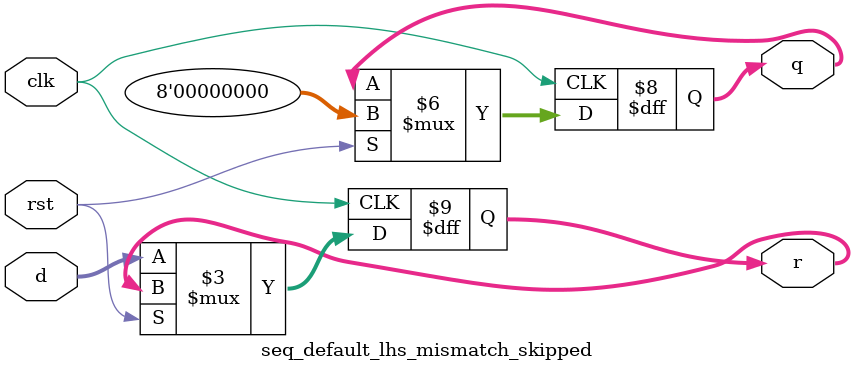
<source format=sv>
module seq_default_lhs_mismatch_skipped(
  input logic clk,
  input logic rst,
  input logic [7:0] d,
  output logic [7:0] q,
  output logic [7:0] r
);
  // Unsupported extraction case: default branch assigns a different LHS.
  always_ff @(posedge clk) begin
    if (rst) q <= 8'h00;
    else r <= d;
  end
endmodule

</source>
